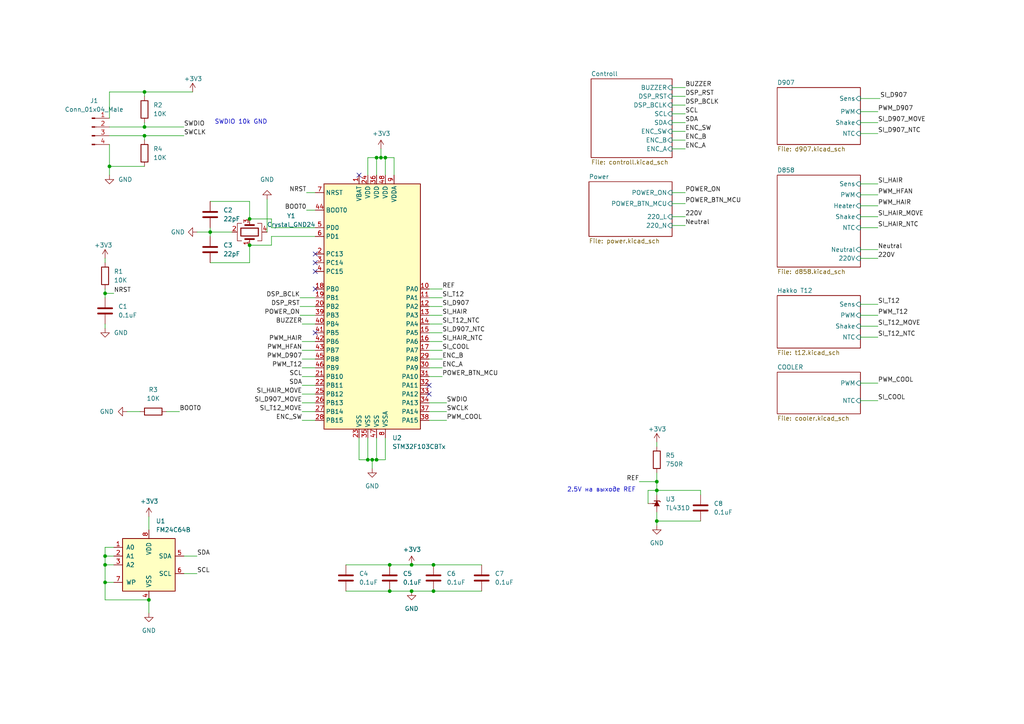
<source format=kicad_sch>
(kicad_sch (version 20230121) (generator eeschema)
  (paper "A4")
  (lib_symbols
    (symbol "Connector:Conn_01x04_Male" (pin_names (offset 1.016) hide)
      (property "Reference" "J" (at 0 5.08 0))
      (property "Value" "Conn_01x04_Male" (at 0 -7.62 0))
      (symbol "Conn_01x04_Male_1_1"
        (polyline (pts (xy 1.27 -5.08) (xy 0.8636 -5.08)) (stroke (width 0.1524)))
        (polyline (pts (xy 1.27 -2.54) (xy 0.8636 -2.54)) (stroke (width 0.1524)))
        (polyline (pts (xy 1.27 0) (xy 0.8636 0)) (stroke (width 0.1524)))
        (polyline (pts (xy 1.27 2.54) (xy 0.8636 2.54)) (stroke (width 0.1524)))
        (rectangle (start 0.8636 -4.953) (end 0 -5.207) (stroke (width 0.1524)) (fill (type outline)))
        (rectangle (start 0.8636 -2.413) (end 0 -2.667) (stroke (width 0.1524)) (fill (type outline)))
        (rectangle (start 0.8636 0.127) (end 0 -0.127) (stroke (width 0.1524)) (fill (type outline)))
        (rectangle (start 0.8636 2.667) (end 0 2.413) (stroke (width 0.1524)) (fill (type outline)))
        (pin passive line (at 5.08 2.54 180) (length 3.81) (name "Pin_1") (number "1"))
        (pin passive line (at 5.08 0 180) (length 3.81) (name "Pin_2") (number "2"))
        (pin passive line (at 5.08 -2.54 180) (length 3.81) (name "Pin_3") (number "3"))
        (pin passive line (at 5.08 -5.08 180) (length 3.81) (name "Pin_4") (number "4"))
      )
    )
    (symbol "Device:C" (pin_numbers hide) (pin_names (offset 0.254))
      (property "Reference" "C" (at 0.635 2.54 0))
      (property "Value" "C" (at 0.635 -2.54 0))
      (symbol "C_0_1"
        (polyline (pts (xy -2.032 -0.762) (xy 2.032 -0.762)) (stroke (width 0.508)))
        (polyline (pts (xy -2.032 0.762) (xy 2.032 0.762)) (stroke (width 0.508)))
      )
      (symbol "C_1_1"
        (pin passive line (at 0 3.81 270) (length 2.794) (name "~") (number "1"))
        (pin passive line (at 0 -3.81 90) (length 2.794) (name "~") (number "2"))
      )
    )
    (symbol "Device:Crystal_GND24" (pin_names (offset 1.016) hide)
      (property "Reference" "Y" (at 3.175 5.08 0))
      (property "Value" "Crystal_GND24" (at 3.175 3.175 0))
      (symbol "Crystal_GND24_0_1"
        (rectangle (start -1.143 2.54) (end 1.143 -2.54) (stroke (width 0.3048)))
        (polyline (pts (xy -2.54 0) (xy -2.032 0)))
        (polyline (pts (xy -2.032 -1.27) (xy -2.032 1.27)) (stroke (width 0.508)))
        (polyline (pts (xy 0 -3.81) (xy 0 -3.556)))
        (polyline (pts (xy 0 3.556) (xy 0 3.81)))
        (polyline (pts (xy 2.032 -1.27) (xy 2.032 1.27)) (stroke (width 0.508)))
        (polyline (pts (xy 2.032 0) (xy 2.54 0)))
        (polyline (pts (xy -2.54 -2.286) (xy -2.54 -3.556) (xy 2.54 -3.556) (xy 2.54 -2.286)))
        (polyline (pts (xy -2.54 2.286) (xy -2.54 3.556) (xy 2.54 3.556) (xy 2.54 2.286)))
      )
      (symbol "Crystal_GND24_1_1"
        (pin passive line (at -3.81 0 0) (length 1.27) (name "1") (number "1"))
        (pin passive line (at 0 5.08 270) (length 1.27) (name "2") (number "2"))
        (pin passive line (at 3.81 0 180) (length 1.27) (name "3") (number "3"))
        (pin passive line (at 0 -5.08 90) (length 1.27) (name "4") (number "4"))
      )
    )
    (symbol "Device:R" (pin_numbers hide) (pin_names (offset 0))
      (property "Reference" "R" (at 2.032 0 90))
      (property "Value" "R" (at 0 0 90))
      (symbol "R_0_1"
        (rectangle (start -1.016 -2.54) (end 1.016 2.54) (stroke (width 0.254)))
      )
      (symbol "R_1_1"
        (pin passive line (at 0 3.81 270) (length 1.27) (name "~") (number "1"))
        (pin passive line (at 0 -3.81 90) (length 1.27) (name "~") (number "2"))
      )
    )
    (symbol "GND_1" (power) (pin_names (offset 0))
      (property "Value" "GND_1" (at 0 -3.81 0))
      (symbol "GND_1_0_1"
        (polyline (pts (xy 0 0) (xy 0 -1.27) (xy 1.27 -1.27) (xy 0 -2.54) (xy -1.27 -1.27) (xy 0 -1.27)))
      )
      (symbol "GND_1_1_1"
        (pin power_in line (at 0 0 270) (length 0) hide (name "GND") (number "1"))
      )
    )
    (symbol "GND_2" (power) (pin_names (offset 0))
      (property "Value" "GND_2" (at 0 -3.81 0))
      (symbol "GND_2_0_1"
        (polyline (pts (xy 0 0) (xy 0 -1.27) (xy 1.27 -1.27) (xy 0 -2.54) (xy -1.27 -1.27) (xy 0 -1.27)))
      )
      (symbol "GND_2_1_1"
        (pin power_in line (at 0 0 270) (length 0) hide (name "GND") (number "1"))
      )
    )
    (symbol "MCU_ST_STM32F1:STM32F103CBTx"
      (property "Reference" "U" (at -15.24 36.83 0))
      (property "Value" "STM32F103CBTx" (at 7.62 36.83 0))
      (symbol "STM32F103CBTx_0_1"
        (rectangle (start -15.24 -35.56) (end 12.7 35.56) (stroke (width 0.254)) (fill (type background)))
      )
      (symbol "STM32F103CBTx_1_1"
        (pin power_in line (at -5.08 38.1 270) (length 2.54) (name "VBAT") (number "1"))
        (pin bidirectional line (at 15.24 5.08 180) (length 2.54) (name "PA0") (number "10"))
        (pin bidirectional line (at 15.24 2.54 180) (length 2.54) (name "PA1") (number "11"))
        (pin bidirectional line (at 15.24 0 180) (length 2.54) (name "PA2") (number "12"))
        (pin bidirectional line (at 15.24 -2.54 180) (length 2.54) (name "PA3") (number "13"))
        (pin bidirectional line (at 15.24 -5.08 180) (length 2.54) (name "PA4") (number "14"))
        (pin bidirectional line (at 15.24 -7.62 180) (length 2.54) (name "PA5") (number "15"))
        (pin bidirectional line (at 15.24 -10.16 180) (length 2.54) (name "PA6") (number "16"))
        (pin bidirectional line (at 15.24 -12.7 180) (length 2.54) (name "PA7") (number "17"))
        (pin bidirectional line (at -17.78 5.08 0) (length 2.54) (name "PB0") (number "18"))
        (pin bidirectional line (at -17.78 2.54 0) (length 2.54) (name "PB1") (number "19"))
        (pin bidirectional line (at -17.78 15.24 0) (length 2.54) (name "PC13") (number "2"))
        (pin bidirectional line (at -17.78 0 0) (length 2.54) (name "PB2") (number "20"))
        (pin bidirectional line (at -17.78 -20.32 0) (length 2.54) (name "PB10") (number "21"))
        (pin bidirectional line (at -17.78 -22.86 0) (length 2.54) (name "PB11") (number "22"))
        (pin power_in line (at -5.08 -38.1 90) (length 2.54) (name "VSS") (number "23"))
        (pin power_in line (at -2.54 38.1 270) (length 2.54) (name "VDD") (number "24"))
        (pin bidirectional line (at -17.78 -25.4 0) (length 2.54) (name "PB12") (number "25"))
        (pin bidirectional line (at -17.78 -27.94 0) (length 2.54) (name "PB13") (number "26"))
        (pin bidirectional line (at -17.78 -30.48 0) (length 2.54) (name "PB14") (number "27"))
        (pin bidirectional line (at -17.78 -33.02 0) (length 2.54) (name "PB15") (number "28"))
        (pin bidirectional line (at 15.24 -15.24 180) (length 2.54) (name "PA8") (number "29"))
        (pin bidirectional line (at -17.78 12.7 0) (length 2.54) (name "PC14") (number "3"))
        (pin bidirectional line (at 15.24 -17.78 180) (length 2.54) (name "PA9") (number "30"))
        (pin bidirectional line (at 15.24 -20.32 180) (length 2.54) (name "PA10") (number "31"))
        (pin bidirectional line (at 15.24 -22.86 180) (length 2.54) (name "PA11") (number "32"))
        (pin bidirectional line (at 15.24 -25.4 180) (length 2.54) (name "PA12") (number "33"))
        (pin bidirectional line (at 15.24 -27.94 180) (length 2.54) (name "PA13") (number "34"))
        (pin power_in line (at -2.54 -38.1 90) (length 2.54) (name "VSS") (number "35"))
        (pin power_in line (at 0 38.1 270) (length 2.54) (name "VDD") (number "36"))
        (pin bidirectional line (at 15.24 -30.48 180) (length 2.54) (name "PA14") (number "37"))
        (pin bidirectional line (at 15.24 -33.02 180) (length 2.54) (name "PA15") (number "38"))
        (pin bidirectional line (at -17.78 -2.54 0) (length 2.54) (name "PB3") (number "39"))
        (pin bidirectional line (at -17.78 10.16 0) (length 2.54) (name "PC15") (number "4"))
        (pin bidirectional line (at -17.78 -5.08 0) (length 2.54) (name "PB4") (number "40"))
        (pin bidirectional line (at -17.78 -7.62 0) (length 2.54) (name "PB5") (number "41"))
        (pin bidirectional line (at -17.78 -10.16 0) (length 2.54) (name "PB6") (number "42"))
        (pin bidirectional line (at -17.78 -12.7 0) (length 2.54) (name "PB7") (number "43"))
        (pin input line (at -17.78 27.94 0) (length 2.54) (name "BOOT0") (number "44"))
        (pin bidirectional line (at -17.78 -15.24 0) (length 2.54) (name "PB8") (number "45"))
        (pin bidirectional line (at -17.78 -17.78 0) (length 2.54) (name "PB9") (number "46"))
        (pin power_in line (at 0 -38.1 90) (length 2.54) (name "VSS") (number "47"))
        (pin power_in line (at 2.54 38.1 270) (length 2.54) (name "VDD") (number "48"))
        (pin input line (at -17.78 22.86 0) (length 2.54) (name "PD0") (number "5"))
        (pin input line (at -17.78 20.32 0) (length 2.54) (name "PD1") (number "6"))
        (pin input line (at -17.78 33.02 0) (length 2.54) (name "NRST") (number "7"))
        (pin power_in line (at 2.54 -38.1 90) (length 2.54) (name "VSSA") (number "8"))
        (pin power_in line (at 5.08 38.1 270) (length 2.54) (name "VDDA") (number "9"))
      )
    )
    (symbol "Memory_NVRAM:FM24C64B" (pin_names (offset 1.016))
      (property "Reference" "U" (at -5.08 8.89 0))
      (property "Value" "FM24C64B" (at 6.35 -8.89 0))
      (symbol "FM24C64B_0_1"
        (rectangle (start -7.62 7.62) (end 7.62 -7.62) (stroke (width 0.254)) (fill (type background)))
      )
      (symbol "FM24C64B_1_1"
        (pin input line (at -10.16 5.08 0) (length 2.54) (name "A0") (number "1"))
        (pin input line (at -10.16 2.54 0) (length 2.54) (name "A1") (number "2"))
        (pin input line (at -10.16 0 0) (length 2.54) (name "A2") (number "3"))
        (pin power_in line (at 0 -10.16 90) (length 2.54) (name "VSS") (number "4"))
        (pin bidirectional line (at 10.16 2.54 180) (length 2.54) (name "SDA") (number "5"))
        (pin input line (at 10.16 -2.54 180) (length 2.54) (name "SCL") (number "6"))
        (pin input line (at -10.16 -5.08 0) (length 2.54) (name "WP") (number "7"))
        (pin power_in line (at 0 10.16 270) (length 2.54) (name "VDD") (number "8"))
      )
    )
    (symbol "Reference_Voltage:TL431D" (pin_numbers hide) (pin_names hide)
      (property "Reference" "U" (at 0 -2.54 0))
      (property "Value" "TL431D" (at 0 -4.445 0))
      (symbol "TL431D_0_1"
        (polyline (pts (xy -1.27 0) (xy 0 0) (xy 1.27 0)))
        (polyline (pts (xy -0.762 0.762) (xy 0.762 0) (xy -0.762 -0.762)) (fill (type outline)))
        (polyline (pts (xy 0.508 -1.016) (xy 0.762 -0.762) (xy 0.762 0.762) (xy 0.762 0.762)) (stroke (width 0.254)))
      )
      (symbol "TL431D_1_1"
        (polyline (pts (xy 0 1.27) (xy 0 0)))
        (pin passive line (at 2.54 0 180) (length 2.54) (name "K") (number "1"))
        (pin passive line (at -2.54 0 0) (length 2.54) (name "A") (number "2"))
        (pin passive line (at -2.54 0 0) (length 2.54) hide (name "A") (number "3"))
        (pin passive line (at -2.54 0 0) (length 2.54) hide (name "A") (number "6"))
        (pin passive line (at -2.54 0 0) (length 2.54) hide (name "A") (number "7"))
        (pin passive line (at 0 2.54 270) (length 2.54) (name "REF") (number "8"))
      )
    )
    (symbol "power:+3V3" (power) (pin_names (offset 0))
      (property "Value" "+3V3" (at 0 3.556 0))
      (symbol "+3V3_0_1"
        (polyline (pts (xy -0.762 1.27) (xy 0 2.54)))
        (polyline (pts (xy 0 0) (xy 0 2.54)))
        (polyline (pts (xy 0 2.54) (xy 0.762 1.27)))
      )
      (symbol "+3V3_1_1"
        (pin power_in line (at 0 0 90) (length 0) hide (name "+3V3") (number "1"))
      )
    )
    (symbol "power:GND" (power) (pin_names (offset 0))
      (property "Value" "GND" (at 0 -3.81 0))
      (symbol "GND_0_1"
        (polyline (pts (xy 0 0) (xy 0 -1.27) (xy 1.27 -1.27) (xy 0 -2.54) (xy -1.27 -1.27) (xy 0 -1.27)))
      )
      (symbol "GND_1_1"
        (pin power_in line (at 0 0 270) (length 0) hide (name "GND") (number "1"))
      )
    )
  )
  (junction (at 190.5 142.24))
  (junction (at 190.5 139.7))
  (junction (at 30.48 168.91))
  (junction (at 125.73 171.45))
  (junction (at 110.49 45.72))
  (junction (at 113.03 163.83))
  (junction (at 72.39 63.5))
  (junction (at 111.76 45.72))
  (junction (at 119.38 163.83))
  (junction (at 106.68 133.35))
  (junction (at 113.03 171.45))
  (junction (at 31.75 48.26))
  (junction (at 125.73 163.83))
  (junction (at 109.22 133.35))
  (junction (at 43.18 173.99))
  (junction (at 72.39 71.12))
  (junction (at 109.22 45.72))
  (junction (at 60.96 67.31))
  (junction (at 41.91 36.83))
  (junction (at 119.38 171.45))
  (junction (at 30.48 161.29))
  (junction (at 41.91 26.67))
  (junction (at 30.48 163.83))
  (junction (at 190.5 151.13))
  (junction (at 107.95 133.35))
  (junction (at 41.91 39.37))
  (junction (at 30.48 85.09))
  (no_connect (at 91.44 96.52))
  (no_connect (at 124.46 114.3))
  (no_connect (at 91.44 83.82))
  (no_connect (at 91.44 78.74))
  (no_connect (at 124.46 111.76))
  (no_connect (at 91.44 73.66))
  (no_connect (at 91.44 76.2))
  (no_connect (at 104.14 50.8))
  (wire (pts (xy 109.22 133.35) (xy 107.95 133.35)))
  (wire (pts (xy 203.2 142.24) (xy 190.5 142.24)))
  (wire (pts (xy 119.38 171.45) (xy 125.73 171.45)))
  (wire (pts (xy 53.34 166.37) (xy 57.15 166.37)))
  (wire (pts (xy 30.48 168.91) (xy 33.02 168.91)))
  (wire (pts (xy 125.73 163.83) (xy 139.7 163.83)))
  (wire (pts (xy 30.48 163.83) (xy 30.48 168.91)))
  (wire (pts (xy 100.33 163.83) (xy 113.03 163.83)))
  (wire (pts (xy 249.555 32.385) (xy 254.635 32.385)))
  (wire (pts (xy 125.73 171.45) (xy 139.7 171.45)))
  (wire (pts (xy 194.945 38.1) (xy 198.755 38.1)))
  (wire (pts (xy 30.48 161.29) (xy 33.02 161.29)))
  (wire (pts (xy 87.63 111.76) (xy 91.44 111.76)))
  (wire (pts (xy 87.63 116.84) (xy 91.44 116.84)))
  (wire (pts (xy 33.02 158.75) (xy 30.48 158.75)))
  (wire (pts (xy 107.95 133.35) (xy 107.95 135.89)))
  (wire (pts (xy 41.91 26.67) (xy 55.88 26.67)))
  (wire (pts (xy 41.91 39.37) (xy 53.34 39.37)))
  (wire (pts (xy 109.22 45.72) (xy 110.49 45.72)))
  (wire (pts (xy 249.555 88.265) (xy 254.635 88.265)))
  (wire (pts (xy 31.75 48.26) (xy 31.75 50.8)))
  (wire (pts (xy 87.63 109.22) (xy 91.44 109.22)))
  (wire (pts (xy 187.96 142.24) (xy 190.5 142.24)))
  (wire (pts (xy 43.18 173.99) (xy 43.18 177.8)))
  (wire (pts (xy 60.96 67.31) (xy 60.96 68.58)))
  (wire (pts (xy 91.44 66.04) (xy 78.74 66.04)))
  (wire (pts (xy 48.26 119.38) (xy 52.07 119.38)))
  (wire (pts (xy 124.46 83.82) (xy 128.27 83.82)))
  (wire (pts (xy 72.39 58.42) (xy 72.39 63.5)))
  (wire (pts (xy 254.635 116.205) (xy 249.555 116.205)))
  (wire (pts (xy 87.63 99.06) (xy 91.44 99.06)))
  (wire (pts (xy 53.34 161.29) (xy 57.15 161.29)))
  (wire (pts (xy 124.46 91.44) (xy 128.27 91.44)))
  (wire (pts (xy 109.22 127) (xy 109.22 133.35)))
  (wire (pts (xy 31.75 36.83) (xy 41.91 36.83)))
  (wire (pts (xy 124.46 116.84) (xy 129.54 116.84)))
  (wire (pts (xy 87.63 121.92) (xy 91.44 121.92)))
  (wire (pts (xy 41.91 35.56) (xy 41.91 36.83)))
  (wire (pts (xy 91.44 68.58) (xy 78.74 68.58)))
  (wire (pts (xy 41.91 27.94) (xy 41.91 26.67)))
  (wire (pts (xy 31.75 41.91) (xy 31.75 48.26)))
  (wire (pts (xy 106.68 127) (xy 106.68 133.35)))
  (wire (pts (xy 110.49 43.18) (xy 110.49 45.72)))
  (wire (pts (xy 91.44 86.36) (xy 86.995 86.36)))
  (wire (pts (xy 249.555 38.735) (xy 254.635 38.735)))
  (wire (pts (xy 124.46 119.38) (xy 129.54 119.38)))
  (wire (pts (xy 72.39 76.2) (xy 72.39 71.12)))
  (wire (pts (xy 43.18 149.86) (xy 43.18 153.67)))
  (wire (pts (xy 114.3 45.72) (xy 111.76 45.72)))
  (wire (pts (xy 100.33 171.45) (xy 113.03 171.45)))
  (wire (pts (xy 86.995 88.9) (xy 91.44 88.9)))
  (wire (pts (xy 249.555 53.34) (xy 254.635 53.34)))
  (wire (pts (xy 30.48 93.98) (xy 30.48 95.25)))
  (wire (pts (xy 249.555 74.93) (xy 254.635 74.93)))
  (wire (pts (xy 124.46 121.92) (xy 129.54 121.92)))
  (wire (pts (xy 249.555 35.56) (xy 254.635 35.56)))
  (wire (pts (xy 190.5 151.13) (xy 203.2 151.13)))
  (wire (pts (xy 187.96 146.05) (xy 187.96 142.24)))
  (wire (pts (xy 30.48 158.75) (xy 30.48 161.29)))
  (wire (pts (xy 111.76 127) (xy 111.76 133.35)))
  (wire (pts (xy 194.945 25.4) (xy 198.755 25.4)))
  (wire (pts (xy 190.5 128.27) (xy 190.5 129.54)))
  (wire (pts (xy 198.755 59.055) (xy 194.945 59.055)))
  (wire (pts (xy 87.63 104.14) (xy 91.44 104.14)))
  (wire (pts (xy 31.75 34.29) (xy 31.75 26.67)))
  (wire (pts (xy 87.63 106.68) (xy 91.44 106.68)))
  (wire (pts (xy 60.96 76.2) (xy 72.39 76.2)))
  (wire (pts (xy 249.555 66.04) (xy 254.635 66.04)))
  (wire (pts (xy 124.46 104.14) (xy 128.27 104.14)))
  (wire (pts (xy 30.48 83.82) (xy 30.48 85.09)))
  (wire (pts (xy 87.63 101.6) (xy 91.44 101.6)))
  (wire (pts (xy 124.46 106.68) (xy 128.27 106.68)))
  (wire (pts (xy 41.91 36.83) (xy 53.34 36.83)))
  (wire (pts (xy 194.945 40.64) (xy 198.755 40.64)))
  (wire (pts (xy 78.74 68.58) (xy 78.74 71.12)))
  (wire (pts (xy 124.46 99.06) (xy 128.27 99.06)))
  (wire (pts (xy 88.9 60.96) (xy 91.44 60.96)))
  (wire (pts (xy 30.48 74.93) (xy 30.48 76.2)))
  (wire (pts (xy 124.46 101.6) (xy 128.27 101.6)))
  (wire (pts (xy 190.5 139.7) (xy 190.5 142.24)))
  (wire (pts (xy 111.76 45.72) (xy 111.76 50.8)))
  (wire (pts (xy 36.83 119.38) (xy 40.64 119.38)))
  (wire (pts (xy 194.945 33.02) (xy 198.755 33.02)))
  (wire (pts (xy 113.03 171.45) (xy 119.38 171.45)))
  (wire (pts (xy 249.555 62.865) (xy 254.635 62.865)))
  (wire (pts (xy 249.555 56.515) (xy 254.635 56.515)))
  (wire (pts (xy 110.49 45.72) (xy 111.76 45.72)))
  (wire (pts (xy 41.91 48.26) (xy 31.75 48.26)))
  (wire (pts (xy 124.46 86.36) (xy 128.27 86.36)))
  (wire (pts (xy 30.48 85.09) (xy 33.02 85.09)))
  (wire (pts (xy 30.48 85.09) (xy 30.48 86.36)))
  (wire (pts (xy 190.5 142.24) (xy 190.5 143.51)))
  (wire (pts (xy 249.555 72.39) (xy 254.635 72.39)))
  (wire (pts (xy 124.46 88.9) (xy 128.27 88.9)))
  (wire (pts (xy 67.31 67.31) (xy 60.96 67.31)))
  (wire (pts (xy 113.03 163.83) (xy 119.38 163.83)))
  (wire (pts (xy 77.47 67.31) (xy 77.47 57.785)))
  (wire (pts (xy 111.76 133.35) (xy 109.22 133.35)))
  (wire (pts (xy 249.555 91.44) (xy 254.635 91.44)))
  (wire (pts (xy 203.2 143.51) (xy 203.2 142.24)))
  (wire (pts (xy 198.755 30.48) (xy 194.945 30.48)))
  (wire (pts (xy 119.38 163.83) (xy 125.73 163.83)))
  (wire (pts (xy 87.63 93.98) (xy 91.44 93.98)))
  (wire (pts (xy 106.68 50.8) (xy 106.68 45.72)))
  (wire (pts (xy 109.22 50.8) (xy 109.22 45.72)))
  (wire (pts (xy 106.68 45.72) (xy 109.22 45.72)))
  (wire (pts (xy 31.75 39.37) (xy 41.91 39.37)))
  (wire (pts (xy 124.46 109.22) (xy 128.27 109.22)))
  (wire (pts (xy 107.95 133.35) (xy 106.68 133.35)))
  (wire (pts (xy 60.96 66.04) (xy 60.96 67.31)))
  (wire (pts (xy 190.5 148.59) (xy 190.5 151.13)))
  (wire (pts (xy 190.5 137.16) (xy 190.5 139.7)))
  (wire (pts (xy 198.755 55.88) (xy 194.945 55.88)))
  (wire (pts (xy 114.3 50.8) (xy 114.3 45.72)))
  (wire (pts (xy 194.945 65.405) (xy 198.755 65.405)))
  (wire (pts (xy 30.48 163.83) (xy 33.02 163.83)))
  (wire (pts (xy 104.14 127) (xy 104.14 133.35)))
  (wire (pts (xy 124.46 93.98) (xy 128.27 93.98)))
  (wire (pts (xy 88.9 55.88) (xy 91.44 55.88)))
  (wire (pts (xy 87.63 114.3) (xy 91.44 114.3)))
  (wire (pts (xy 31.75 26.67) (xy 41.91 26.67)))
  (wire (pts (xy 185.42 139.7) (xy 190.5 139.7)))
  (wire (pts (xy 87.63 119.38) (xy 91.44 119.38)))
  (wire (pts (xy 249.555 59.69) (xy 254.635 59.69)))
  (wire (pts (xy 249.555 97.79) (xy 254.635 97.79)))
  (wire (pts (xy 30.48 173.99) (xy 43.18 173.99)))
  (wire (pts (xy 249.555 94.615) (xy 254.635 94.615)))
  (wire (pts (xy 57.15 67.31) (xy 60.96 67.31)))
  (wire (pts (xy 78.74 63.5) (xy 72.39 63.5)))
  (wire (pts (xy 60.96 58.42) (xy 72.39 58.42)))
  (wire (pts (xy 30.48 161.29) (xy 30.48 163.83)))
  (wire (pts (xy 198.755 43.18) (xy 194.945 43.18)))
  (wire (pts (xy 194.945 27.94) (xy 198.755 27.94)))
  (wire (pts (xy 249.555 28.575) (xy 255.27 28.575)))
  (wire (pts (xy 41.91 40.64) (xy 41.91 39.37)))
  (wire (pts (xy 104.14 133.35) (xy 106.68 133.35)))
  (wire (pts (xy 190.5 151.13) (xy 190.5 152.4)))
  (wire (pts (xy 30.48 168.91) (xy 30.48 173.99)))
  (wire (pts (xy 86.995 91.44) (xy 91.44 91.44)))
  (wire (pts (xy 78.74 66.04) (xy 78.74 63.5)))
  (wire (pts (xy 194.945 35.56) (xy 198.755 35.56)))
  (wire (pts (xy 78.74 71.12) (xy 72.39 71.12)))
  (wire (pts (xy 194.945 62.865) (xy 198.755 62.865)))
  (wire (pts (xy 254.635 111.125) (xy 249.555 111.125)))
  (wire (pts (xy 124.46 96.52) (xy 128.27 96.52)))
  (text "2.5V на выходе REF" (at 164.465 142.875 0) (effects (font (size 1.27 1.27)) (justify left bottom)))
  (text "SWDIO 10k GND\n" (at 62.23 36.195 0) (effects (font (size 1.27 1.27)) (justify left bottom)))
  (label "SDA" (at 198.755 35.56 0))
  (label "SWCLK" (at 53.34 39.37 0))
  (label "SI_HAIR_MOVE" (at 254.635 62.865 0))
  (label "NRST" (at 88.9 55.88 180))
  (label "SI_D907_NTC" (at 128.27 96.52 0))
  (label "ENC_A" (at 128.27 106.68 0))
  (label "ENC_A" (at 198.755 43.18 0))
  (label "SI_HAIR_MOVE" (at 87.63 114.3 180))
  (label "PWM_COOL" (at 129.54 121.92 0))
  (label "SI_T12_NTC" (at 254.635 97.79 0))
  (label "SI_D907_MOVE" (at 254.635 35.56 0))
  (label "SCL" (at 57.15 166.37 0))
  (label "SI_T12" (at 128.27 86.36 0))
  (label "REF" (at 128.27 83.82 0))
  (label "SI_COOL" (at 128.27 101.6 0))
  (label "NRST" (at 33.02 85.09 0))
  (label "PWM_HAIR" (at 87.63 99.06 180))
  (label "ENC_B" (at 128.27 104.14 0))
  (label "DSP_BCLK" (at 86.995 86.36 180))
  (label "POWER_ON" (at 86.995 91.44 180))
  (label "SI_HAIR" (at 254.635 53.34 0))
  (label "PWM_T12" (at 254.635 91.44 0))
  (label "BOOT0" (at 52.07 119.38 0))
  (label "PWM_HFAN" (at 87.63 101.6 180))
  (label "POWER_BTN_MCU" (at 128.27 109.22 0))
  (label "SI_COOL" (at 254.635 116.205 0))
  (label "SDA" (at 87.63 111.76 180))
  (label "SWDIO" (at 129.54 116.84 0))
  (label "PWM_D907" (at 254.635 32.385 0))
  (label "SI_D907_MOVE" (at 87.63 116.84 180))
  (label "SI_D907_NTC" (at 254.635 38.735 0))
  (label "PWM_T12" (at 87.63 106.68 180))
  (label "SI_T12_NTC" (at 128.27 93.98 0))
  (label "SCL" (at 198.755 33.02 0))
  (label "PWM_COOL" (at 254.635 111.125 0))
  (label "SWDIO" (at 53.34 36.83 0))
  (label "BUZZER" (at 87.63 93.98 180))
  (label "ENC_B" (at 198.755 40.64 0))
  (label "SI_D907" (at 255.27 28.575 0))
  (label "SCL" (at 87.63 109.22 180))
  (label "SI_HAIR_NTC" (at 128.27 99.06 0))
  (label "SI_HAIR_NTC" (at 254.635 66.04 0))
  (label "DSP_RST" (at 86.995 88.9 180))
  (label "SI_D907" (at 128.27 88.9 0))
  (label "SI_T12_MOVE" (at 87.63 119.38 180))
  (label "POWER_BTN_MCU" (at 198.755 59.055 0))
  (label "SI_T12" (at 254.635 88.265 0))
  (label "220V" (at 254.635 74.93 0))
  (label "ENC_SW" (at 198.755 38.1 0))
  (label "BOOT0" (at 88.9 60.96 180))
  (label "PWM_D907" (at 87.63 104.14 180))
  (label "SDA" (at 57.15 161.29 0))
  (label "SWCLK" (at 129.54 119.38 0))
  (label "Neutral" (at 198.755 65.405 0))
  (label "Neutral" (at 254.635 72.39 0))
  (label "BUZZER" (at 198.755 25.4 0))
  (label "PWM_HAIR" (at 254.635 59.69 0))
  (label "DSP_BCLK" (at 198.755 30.48 0))
  (label "REF" (at 185.42 139.7 180))
  (label "220V" (at 198.755 62.865 0))
  (label "PWM_HFAN" (at 254.635 56.515 0))
  (label "SI_HAIR" (at 128.27 91.44 0))
  (label "ENC_SW" (at 87.63 121.92 180))
  (label "SI_T12_MOVE" (at 254.635 94.615 0))
  (label "POWER_ON" (at 198.755 55.88 0))
  (label "DSP_RST" (at 198.755 27.94 0))
  (symbol (lib_id "power:GND") (at 43.18 177.8 0) (unit 1)
    (property "Reference" "#PWR07" (effects hide))
    (property "Value" "GND" (at 43.18 182.88 0))
  )
  (symbol (lib_id "power:GND") (at 57.15 67.31 270) (unit 1)
    (property "Reference" "#PWR09" (effects hide))
    (property "Value" "GND" (at 49.53 67.31 90) (effects (justify left)))
  )
  (symbol (lib_id "Device:C") (at 125.73 167.64 0) (unit 1)
    (property "Reference" "C6" (at 129.54 166.3699 0) (effects (justify left)))
    (property "Value" "0.1uF" (at 129.54 168.9099 0) (effects (justify left)))
    (property "Footprint" "Capacitor_SMD:C_1206_3216Metric_Pad1.33x1.80mm_HandSolder" (effects hide))
  )
  (symbol (lib_id "power:GND") (at 190.5 152.4 0) (unit 1)
    (property "Reference" "#PWR015" (effects hide))
    (property "Value" "GND" (at 190.5 157.48 0))
  )
  (symbol (lib_id "Device:C") (at 60.96 72.39 180) (unit 1)
    (property "Reference" "C3" (at 64.77 71.1199 0) (effects (justify right)))
    (property "Value" "22pF" (at 64.77 73.6599 0) (effects (justify right)))
    (property "Footprint" "Capacitor_SMD:C_1206_3216Metric_Pad1.33x1.80mm_HandSolder" (effects hide))
  )
  (symbol (lib_name "GND_2") (lib_id "power:GND") (at 77.47 57.785 180) (unit 1)
    (property "Reference" "#PWR0116" (effects hide))
    (property "Value" "GND" (at 77.47 52.07 0))
  )
  (symbol (lib_id "Device:C") (at 100.33 167.64 0) (unit 1)
    (property "Reference" "C4" (at 104.14 166.3699 0) (effects (justify left)))
    (property "Value" "0.1uF" (at 104.14 168.9099 0) (effects (justify left)))
    (property "Footprint" "Capacitor_SMD:C_1206_3216Metric_Pad1.33x1.80mm_HandSolder" (effects hide))
  )
  (symbol (lib_id "Device:C") (at 30.48 90.17 180) (unit 1)
    (property "Reference" "C1" (at 34.29 88.8999 0) (effects (justify right)))
    (property "Value" "0.1uF" (at 34.29 91.4399 0) (effects (justify right)))
    (property "Footprint" "Capacitor_SMD:C_1206_3216Metric_Pad1.33x1.80mm_HandSolder" (effects hide))
  )
  (symbol (lib_id "Device:C") (at 139.7 167.64 0) (unit 1)
    (property "Reference" "C7" (at 143.51 166.3699 0) (effects (justify left)))
    (property "Value" "0.1uF" (at 143.51 168.9099 0) (effects (justify left)))
    (property "Footprint" "Capacitor_SMD:C_1206_3216Metric_Pad1.33x1.80mm_HandSolder" (effects hide))
  )
  (symbol (lib_id "MCU_ST_STM32F1:STM32F103CBTx") (at 109.22 88.9 0) (unit 1)
    (property "Reference" "U2" (at 113.7794 127 0) (effects (justify left)))
    (property "Value" "STM32F103CBTx" (at 113.7794 129.54 0) (effects (justify left)))
    (property "Footprint" "Package_QFP:LQFP-48_7x7mm_P0.5mm" (effects hide))
    (property "Datasheet" "http://www.st.com/st-web-ui/static/active/en/resource/technical/document/datasheet/CD00161566.pdf" (effects hide))
  )
  (symbol (lib_id "power:GND") (at 31.75 50.8 0) (unit 1)
    (property "Reference" "#PWR03" (effects hide))
    (property "Value" "GND" (at 34.29 52.0699 0) (effects (justify left)))
  )
  (symbol (lib_id "Device:Crystal_GND24") (at 72.39 67.31 90) (unit 1)
    (property "Reference" "Y1" (at 84.455 62.611 90))
    (property "Value" "Crystal_GND24" (at 84.455 65.151 90))
    (property "Footprint" "Crystal:Crystal_SMD_5032-4Pin_5.0x3.2mm" (effects hide))
  )
  (symbol (lib_id "Device:R") (at 30.48 80.01 0) (unit 1)
    (property "Reference" "R1" (at 33.02 78.7399 0) (effects (justify left)))
    (property "Value" "10K" (at 33.02 81.2799 0) (effects (justify left)))
    (property "Footprint" "Resistor_SMD:R_1206_3216Metric_Pad1.30x1.75mm_HandSolder" (effects hide))
  )
  (symbol (lib_id "Device:C") (at 203.2 147.32 0) (unit 1)
    (property "Reference" "C8" (at 207.01 146.0499 0) (effects (justify left)))
    (property "Value" "0.1uF" (at 207.01 148.5899 0) (effects (justify left)))
    (property "Footprint" "Capacitor_SMD:C_1206_3216Metric_Pad1.33x1.80mm_HandSolder" (effects hide))
  )
  (symbol (lib_id "Device:R") (at 41.91 31.75 0) (unit 1)
    (property "Reference" "R2" (at 44.45 30.4799 0) (effects (justify left)))
    (property "Value" "10K" (at 44.45 33.0199 0) (effects (justify left)))
    (property "Footprint" "Resistor_SMD:R_1206_3216Metric_Pad1.30x1.75mm_HandSolder" (effects hide))
  )
  (symbol (lib_id "Device:C") (at 60.96 62.23 180) (unit 1)
    (property "Reference" "C2" (at 64.77 60.9599 0) (effects (justify right)))
    (property "Value" "22pF" (at 64.77 63.4999 0) (effects (justify right)))
    (property "Footprint" "Capacitor_SMD:C_1206_3216Metric_Pad1.33x1.80mm_HandSolder" (effects hide))
  )
  (symbol (lib_id "power:GND") (at 30.48 95.25 0) (unit 1)
    (property "Reference" "#PWR02" (effects hide))
    (property "Value" "GND" (at 33.02 96.5199 0) (effects (justify left)))
  )
  (symbol (lib_id "power:+3V3") (at 55.88 26.67 0) (unit 1)
    (property "Reference" "#PWR08" (effects hide))
    (property "Value" "+3V3" (at 53.34 22.86 0) (effects (justify left)))
  )
  (symbol (lib_id "Device:R") (at 44.45 119.38 90) (unit 1)
    (property "Reference" "R3" (at 44.45 113.03 90))
    (property "Value" "10K" (at 44.45 115.57 90))
    (property "Footprint" "Resistor_SMD:R_1206_3216Metric_Pad1.30x1.75mm_HandSolder" (effects hide))
  )
  (symbol (lib_id "power:+3V3") (at 30.48 74.93 0) (unit 1)
    (property "Reference" "#PWR01" (effects hide))
    (property "Value" "+3V3" (at 27.305 71.12 0) (effects (justify left)))
  )
  (symbol (lib_id "Reference_Voltage:TL431D") (at 190.5 146.05 90) (unit 1)
    (property "Reference" "U3" (at 193.04 144.7799 90) (effects (justify right)))
    (property "Value" "TL431D" (at 193.04 147.3199 90) (effects (justify right)))
    (property "Footprint" "Package_SO:SOIC-8_3.9x4.9mm_P1.27mm" (effects hide))
    (property "Datasheet" "http://www.ti.com/lit/ds/symlink/tl431.pdf" (effects hide))
  )
  (symbol (lib_id "power:GND") (at 119.38 171.45 0) (unit 1)
    (property "Reference" "#PWR013" (effects hide))
    (property "Value" "GND" (at 119.38 176.53 0))
  )
  (symbol (lib_name "GND_1") (lib_id "power:GND") (at 36.83 119.38 270) (unit 1)
    (property "Reference" "#PWR0115" (effects hide))
    (property "Value" "GND" (at 33.02 119.3799 90) (effects (justify right)))
  )
  (symbol (lib_id "power:+3V3") (at 190.5 128.27 0) (unit 1)
    (property "Reference" "#PWR014" (effects hide))
    (property "Value" "+3V3" (at 187.96 124.46 0) (effects (justify left)))
  )
  (symbol (lib_id "power:+3V3") (at 110.49 43.18 0) (unit 1)
    (property "Reference" "#PWR011" (effects hide))
    (property "Value" "+3V3" (at 107.95 38.735 0) (effects (justify left)))
  )
  (symbol (lib_id "Device:R") (at 190.5 133.35 180) (unit 1)
    (property "Reference" "R5" (at 193.04 132.0799 0) (effects (justify right)))
    (property "Value" "750R" (at 193.04 134.6199 0) (effects (justify right)))
    (property "Footprint" "Resistor_SMD:R_1206_3216Metric_Pad1.30x1.75mm_HandSolder" (effects hide))
  )
  (symbol (lib_id "Connector:Conn_01x04_Male") (at 26.67 36.83 0) (unit 1)
    (property "Reference" "J1" (at 27.305 29.21 0))
    (property "Value" "Conn_01x04_Male" (at 27.305 31.75 0))
    (property "Footprint" "Connector_PinSocket_2.54mm:PinSocket_1x04_P2.54mm_Vertical" (effects hide))
  )
  (symbol (lib_id "power:GND") (at 107.95 135.89 0) (unit 1)
    (property "Reference" "#PWR010" (effects hide))
    (property "Value" "GND" (at 107.95 140.97 0))
  )
  (symbol (lib_id "Memory_NVRAM:FM24C64B") (at 43.18 163.83 0) (unit 1)
    (property "Reference" "U1" (at 45.1994 151.13 0) (effects (justify left)))
    (property "Value" "FM24C64B" (at 45.1994 153.67 0) (effects (justify left)))
    (property "Footprint" "Package_SO:SOIC-8_3.9x4.9mm_P1.27mm" (effects hide))
    (property "Datasheet" "http://www.cypress.com/file/41651/download" (effects hide))
  )
  (symbol (lib_id "Device:R") (at 41.91 44.45 0) (unit 1)
    (property "Reference" "R4" (at 44.45 43.1799 0) (effects (justify left)))
    (property "Value" "10K" (at 44.45 45.7199 0) (effects (justify left)))
    (property "Footprint" "Resistor_SMD:R_1206_3216Metric_Pad1.30x1.75mm_HandSolder" (effects hide))
  )
  (symbol (lib_id "power:+3V3") (at 119.38 163.83 0) (unit 1)
    (property "Reference" "#PWR012" (effects hide))
    (property "Value" "+3V3" (at 116.84 159.385 0) (effects (justify left)))
  )
  (symbol (lib_id "Device:C") (at 113.03 167.64 0) (unit 1)
    (property "Reference" "C5" (at 116.84 166.3699 0) (effects (justify left)))
    (property "Value" "0.1uF" (at 116.84 168.9099 0) (effects (justify left)))
    (property "Footprint" "Capacitor_SMD:C_1206_3216Metric_Pad1.33x1.80mm_HandSolder" (effects hide))
  )
  (symbol (lib_id "power:+3V3") (at 43.18 149.86 0) (unit 1)
    (property "Reference" "#PWR06" (effects hide))
    (property "Value" "+3V3" (at 40.64 145.415 0) (effects (justify left)))
  )
  (sheet (at 225.425 85.725) (size 24.13 15.24) (stroke (width 0.1524))
    (property "Sheetname" "Hakko T12" (at 225.425 85.0134 0) (effects (justify left bottom)))
    (property "Sheetfile" "t12.kicad_sch" (at 225.425 101.5496 0) (effects (justify left top)))
    (pin "PWM" input (at 249.555 91.44 0))
    (pin "Shake" input (at 249.555 94.615 0))
    (pin "NTC" input (at 249.555 97.79 0))
    (pin "Sens" input (at 249.555 88.265 0))
  )
  (sheet (at 225.425 25.4) (size 24.13 16.51) (stroke (width 0.1524))
    (property "Sheetname" "D907" (at 225.425 24.6884 0) (effects (justify left bottom)))
    (property "Sheetfile" "d907.kicad_sch" (at 225.425 42.4946 0) (effects (justify left top)))
    (pin "Sens" input (at 249.555 28.575 0))
    (pin "PWM" input (at 249.555 32.385 0))
    (pin "Shake" input (at 249.555 35.56 0))
    (pin "NTC" input (at 249.555 38.735 0))
  )
  (sheet (at 225.425 107.95) (size 24.13 12.065) (stroke (width 0.1524))
    (property "Sheetname" "COOLER" (at 225.425 107.2384 0) (effects (justify left bottom)))
    (property "Sheetfile" "cooler.kicad_sch" (at 225.425 120.5996 0) (effects (justify left top)))
    (pin "PWM" input (at 249.555 111.125 0))
    (pin "NTC" input (at 249.555 116.205 0))
  )
  (sheet (at 170.815 52.705) (size 24.13 15.875) (stroke (width 0.1524))
    (property "Sheetname" "Power" (at 170.815 51.9934 0) (effects (justify left bottom)))
    (property "Sheetfile" "power.kicad_sch" (at 170.815 69.1646 0) (effects (justify left top)))
    (pin "POWER_ON" input (at 194.945 55.88 0))
    (pin "POWER_BTN_MCU" input (at 194.945 59.055 0))
    (pin "220_L" input (at 194.945 62.865 0))
    (pin "220_N" input (at 194.945 65.405 0))
  )
  (sheet (at 171.45 22.86) (size 23.495 22.86) (stroke (width 0.1524))
    (property "Sheetname" "Controll" (at 171.45 22.1484 0) (effects (justify left bottom)))
    (property "Sheetfile" "controll.kicad_sch" (at 171.45 46.3046 0) (effects (justify left top)))
    (pin "BUZZER" input (at 194.945 25.4 0))
    (pin "SCL" input (at 194.945 33.02 0))
    (pin "SDA" input (at 194.945 35.56 0))
    (pin "ENC_SW" input (at 194.945 38.1 0))
    (pin "ENC_B" input (at 194.945 40.64 0))
    (pin "ENC_A" input (at 194.945 43.18 0))
    (pin "DSP_RST" input (at 194.945 27.94 0))
    (pin "DSP_BCLK" input (at 194.945 30.48 0))
  )
  (sheet (at 225.425 50.8) (size 24.13 26.67) (stroke (width 0.1524))
    (property "Sheetname" "D858" (at 225.425 50.0884 0) (effects (justify left bottom)))
    (property "Sheetfile" "d858.kicad_sch" (at 225.425 78.0546 0) (effects (justify left top)))
    (pin "Sens" input (at 249.555 53.34 0))
    (pin "PWM" input (at 249.555 56.515 0))
    (pin "Heater" input (at 249.555 59.69 0))
    (pin "Neutral" input (at 249.555 72.39 0))
    (pin "220V" input (at 249.555 74.93 0))
    (pin "Shake" input (at 249.555 62.865 0))
    (pin "NTC" input (at 249.555 66.04 0))
  )
)
</source>
